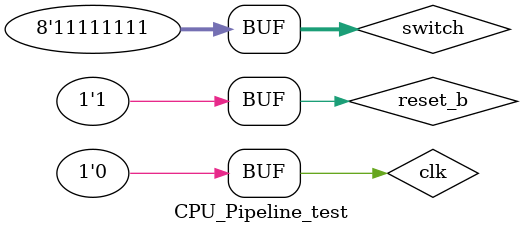
<source format=v>
module CPU_Pipeline_test;

reg clk = 0;
reg reset_b = 1;
initial begin
    reset_b = 0;
    #1 reset_b = 1;
    repeat (1000) begin
    #1000 clk <= ~clk;
    end
end

reg [7:0] switch = 8'b11111111;
wire [7:0] led;
wire [11:0] digi;

CPU_Pipeline CPU(clk, reset_b, switch, led, digi, clk_50m, uart_rxd, uart_txd);

endmodule

</source>
